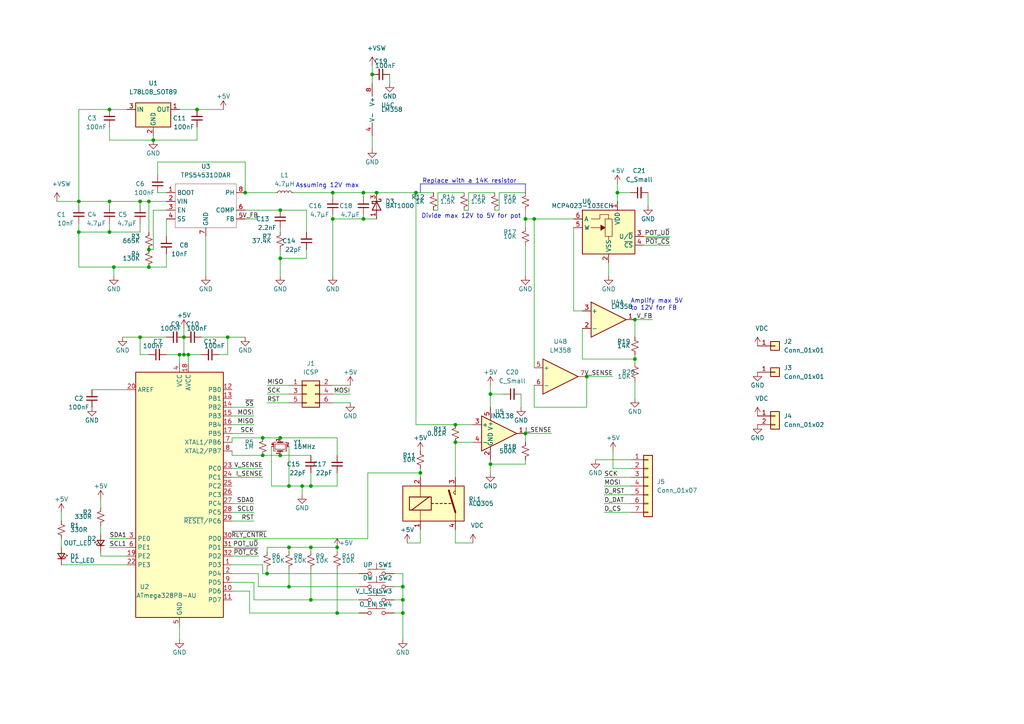
<source format=kicad_sch>
(kicad_sch (version 20200714) (host eeschema "(5.99.0-2441-g41b7c7c43)")
  (page 1 1)
  (paper "A4")
  (lib_symbols
    (symbol "Amplifier_Current:INA138" (pin_names (offset 0.127))
      (property "Reference" "U" (at 3.81 5.08 0))
      (property "Value" "INA138" (at 3.81 2.54 0))
      (symbol "INA138_1_1"
        (pin output line (at 7.62 0 180) (length 2.54) (name "~") (number "1"))
        (pin power_in line (at -2.54 -7.62 90) (length 3.81) (name "GND") (number "2"))
        (pin input line (at -7.62 2.54 0) (length 2.54) (name "+") (number "3"))
        (pin input line (at -7.62 -2.54 0) (length 2.54) (name "-") (number "4"))
        (pin power_in line (at -2.54 7.62 270) (length 3.81) (name "V+") (number "5"))
      )
    )
    (symbol "Amplifier_Operational:LM358" (pin_names (offset 0.127))
      (property "Reference" "U" (at 0 5.08 0))
      (property "Value" "LM358" (at 0 -5.08 0))
      (symbol "LM358_1_1"
        (pin output line (at 7.62 0 180) (length 2.54) (name "~") (number "1"))
        (pin input line (at -7.62 -2.54 0) (length 2.54) (name "-") (number "2"))
        (pin input line (at -7.62 2.54 0) (length 2.54) (name "+") (number "3"))
      )
      (symbol "LM358_2_1"
        (pin input line (at -7.62 2.54 0) (length 2.54) (name "+") (number "5"))
        (pin input line (at -7.62 -2.54 0) (length 2.54) (name "-") (number "6"))
        (pin output line (at 7.62 0 180) (length 2.54) (name "~") (number "7"))
      )
      (symbol "LM358_3_1"
        (pin power_in line (at -2.54 -7.62 90) (length 3.81) (name "V-") (number "4"))
        (pin power_in line (at -2.54 7.62 270) (length 3.81) (name "V+") (number "8"))
      )
    )
    (symbol "BAT1000:BAT1000"
      (property "Reference" "D" (at 0 0 0))
      (property "Value" "BAT1000" (at 0 -5.08 0))
      (symbol "BAT1000_1_1"
        (pin passive line (at -3.81 -2.54 0) (length 2.54) (name "~") (number "3"))
        (pin passive line (at 3.81 -2.54 180) (length 2.54) (name "~") (number "1"))
      )
    )
    (symbol "Connector_Generic:Conn_01x01" (pin_names hide)
      (property "Reference" "J" (at 0 2.54 0))
      (property "Value" "Conn_01x01" (at 0 -2.54 0))
      (symbol "Conn_01x01_1_1"
        (pin passive line (at -5.08 0 0) (length 3.81) (name "Pin_1") (number "1"))
      )
    )
    (symbol "Connector_Generic:Conn_01x02" (pin_names hide)
      (property "Reference" "J" (at 0 2.54 0))
      (property "Value" "Conn_01x02" (at 0 -5.08 0))
      (symbol "Conn_01x02_1_1"
        (pin passive line (at -5.08 0 0) (length 3.81) (name "Pin_1") (number "1"))
        (pin passive line (at -5.08 -2.54 0) (length 3.81) (name "Pin_2") (number "2"))
      )
    )
    (symbol "Connector_Generic:Conn_01x07" (pin_names hide)
      (property "Reference" "J" (at 0 10.16 0))
      (property "Value" "Conn_01x07" (at 0 -10.16 0))
      (symbol "Conn_01x07_1_1"
        (pin passive line (at -5.08 7.62 0) (length 3.81) (name "Pin_1") (number "1"))
        (pin passive line (at -5.08 5.08 0) (length 3.81) (name "Pin_2") (number "2"))
        (pin passive line (at -5.08 2.54 0) (length 3.81) (name "Pin_3") (number "3"))
        (pin passive line (at -5.08 0 0) (length 3.81) (name "Pin_4") (number "4"))
        (pin passive line (at -5.08 -2.54 0) (length 3.81) (name "Pin_5") (number "5"))
        (pin passive line (at -5.08 -5.08 0) (length 3.81) (name "Pin_6") (number "6"))
        (pin passive line (at -5.08 -7.62 0) (length 3.81) (name "Pin_7") (number "7"))
      )
    )
    (symbol "Connector_Generic:Conn_02x03_Odd_Even" (pin_names hide)
      (property "Reference" "J" (at 1.27 5.08 0))
      (property "Value" "Conn_02x03_Odd_Even" (at 1.27 -5.08 0))
      (symbol "Conn_02x03_Odd_Even_1_1"
        (pin passive line (at -5.08 2.54 0) (length 3.81) (name "Pin_1") (number "1"))
        (pin passive line (at 7.62 2.54 180) (length 3.81) (name "Pin_2") (number "2"))
        (pin passive line (at -5.08 0 0) (length 3.81) (name "Pin_3") (number "3"))
        (pin passive line (at 7.62 0 180) (length 3.81) (name "Pin_4") (number "4"))
        (pin passive line (at -5.08 -2.54 0) (length 3.81) (name "Pin_5") (number "5"))
        (pin passive line (at 7.62 -2.54 180) (length 3.81) (name "Pin_6") (number "6"))
      )
    )
    (symbol "Device:C_Small" (pin_numbers hide) (pin_names (offset 0.254) hide)
      (property "Reference" "C" (at 0.254 1.778 0))
      (property "Value" "C_Small" (at 0.254 -2.032 0))
      (symbol "C_Small_1_1"
        (pin passive line (at 0 2.54 270) (length 2.032) (name "~") (number "1"))
        (pin passive line (at 0 -2.54 90) (length 2.032) (name "~") (number "2"))
      )
    )
    (symbol "Device:Crystal_GND24_Small" (pin_names hide)
      (property "Reference" "Y" (at 1.27 4.445 0))
      (property "Value" "Crystal_GND24_Small" (at 1.27 2.54 0))
      (symbol "Crystal_GND24_Small_1_1"
        (pin passive line (at -2.54 0 0) (length 1.27) (name "1") (number "1"))
        (pin passive line (at 0 -2.54 90) (length 0.635) (name "2") (number "2"))
        (pin passive line (at 2.54 0 180) (length 1.27) (name "3") (number "3"))
        (pin passive line (at 0 2.54 270) (length 0.635) (name "4") (number "4"))
      )
    )
    (symbol "Device:LED_Small" (pin_numbers hide) (pin_names (offset 0.254) hide)
      (property "Reference" "D" (at -1.27 3.175 0))
      (property "Value" "LED_Small" (at -4.445 -2.54 0))
      (symbol "LED_Small_1_1"
        (pin passive line (at -2.54 0 0) (length 1.778) (name "K") (number "1"))
        (pin passive line (at 2.54 0 180) (length 1.778) (name "A") (number "2"))
      )
    )
    (symbol "Device:L_Small" (pin_numbers hide) (pin_names (offset 0.254) hide)
      (property "Reference" "L" (at 0.762 1.016 0))
      (property "Value" "L_Small" (at 0.762 -1.016 0))
      (symbol "L_Small_1_1"
        (pin passive line (at 0 2.54 270) (length 0.508) (name "~") (number "1"))
        (pin passive line (at 0 -2.54 90) (length 0.508) (name "~") (number "2"))
      )
    )
    (symbol "Device:R_Small_US" (pin_numbers hide) (pin_names (offset 0.254) hide)
      (property "Reference" "R" (at 0.762 0.508 0))
      (property "Value" "R_Small_US" (at 0.762 -1.016 0))
      (symbol "R_Small_US_1_1"
        (pin passive line (at 0 2.54 270) (length 1.016) (name "~") (number "1"))
        (pin passive line (at 0 -2.54 90) (length 1.016) (name "~") (number "2"))
      )
    )
    (symbol "MCU_Microchip_ATmega:ATmega328PB-AU" (pin_names (offset 0.508))
      (property "Reference" "U" (at -12.7 36.83 0))
      (property "Value" "ATmega328PB-AU" (at 2.54 -36.83 0))
      (symbol "ATmega328PB-AU_1_1"
        (pin bidirectional line (at 15.24 -20.32 180) (length 2.54) (name "PD3") (number "1"))
        (pin bidirectional line (at 15.24 -27.94 180) (length 2.54) (name "PD6") (number "10"))
        (pin bidirectional line (at 15.24 -30.48 180) (length 2.54) (name "PD7") (number "11"))
        (pin bidirectional line (at 15.24 30.48 180) (length 2.54) (name "PB0") (number "12"))
        (pin bidirectional line (at 15.24 27.94 180) (length 2.54) (name "PB1") (number "13"))
        (pin bidirectional line (at 15.24 25.4 180) (length 2.54) (name "PB2") (number "14"))
        (pin bidirectional line (at 15.24 22.86 180) (length 2.54) (name "PB3") (number "15"))
        (pin bidirectional line (at 15.24 20.32 180) (length 2.54) (name "PB4") (number "16"))
        (pin bidirectional line (at 15.24 17.78 180) (length 2.54) (name "PB5") (number "17"))
        (pin power_in line (at 2.54 38.1 270) (length 2.54) (name "AVCC") (number "18"))
        (pin bidirectional line (at -15.24 -17.78 0) (length 2.54) (name "PE2") (number "19"))
        (pin bidirectional line (at 15.24 -22.86 180) (length 2.54) (name "PD4") (number "2"))
        (pin passive line (at -15.24 30.48 0) (length 2.54) (name "AREF") (number "20"))
        (pin passive line (at 0 -38.1 90) (length 2.54) hide (name "GND") (number "21"))
        (pin bidirectional line (at -15.24 -20.32 0) (length 2.54) (name "PE3") (number "22"))
        (pin bidirectional line (at 15.24 7.62 180) (length 2.54) (name "PC0") (number "23"))
        (pin bidirectional line (at 15.24 5.08 180) (length 2.54) (name "PC1") (number "24"))
        (pin bidirectional line (at 15.24 2.54 180) (length 2.54) (name "PC2") (number "25"))
        (pin bidirectional line (at 15.24 0 180) (length 2.54) (name "PC3") (number "26"))
        (pin bidirectional line (at 15.24 -2.54 180) (length 2.54) (name "PC4") (number "27"))
        (pin bidirectional line (at 15.24 -5.08 180) (length 2.54) (name "PC5") (number "28"))
        (pin bidirectional line (at 15.24 -7.62 180) (length 2.54) (name "~RESET~/PC6") (number "29"))
        (pin bidirectional line (at -15.24 -12.7 0) (length 2.54) (name "PE0") (number "3"))
        (pin bidirectional line (at 15.24 -12.7 180) (length 2.54) (name "PD0") (number "30"))
        (pin bidirectional line (at 15.24 -15.24 180) (length 2.54) (name "PD1") (number "31"))
        (pin bidirectional line (at 15.24 -17.78 180) (length 2.54) (name "PD2") (number "32"))
        (pin power_in line (at 0 38.1 270) (length 2.54) (name "VCC") (number "4"))
        (pin power_in line (at 0 -38.1 90) (length 2.54) (name "GND") (number "5"))
        (pin bidirectional line (at -15.24 -15.24 0) (length 2.54) (name "PE1") (number "6"))
        (pin bidirectional line (at 15.24 15.24 180) (length 2.54) (name "XTAL1/PB6") (number "7"))
        (pin bidirectional line (at 15.24 12.7 180) (length 2.54) (name "XTAL2/PB7") (number "8"))
        (pin bidirectional line (at 15.24 -25.4 180) (length 2.54) (name "PD5") (number "9"))
      )
    )
    (symbol "Potentiometer_Digital:MCP4023-xxxxCH" (pin_names (offset 0.508))
      (property "Reference" "U" (at -7.62 8.89 0))
      (property "Value" "MCP4023-xxxxCH" (at 1.27 8.89 0))
      (symbol "MCP4023-xxxxCH_1_1"
        (pin power_in line (at -2.54 10.16 270) (length 2.54) (name "VDD") (number "1"))
        (pin power_in line (at 0 -7.62 90) (length 2.54) (name "VSS") (number "2"))
        (pin input line (at -10.16 0 0) (length 2.54) (name "U/~D") (number "3"))
        (pin input line (at -10.16 -2.54 0) (length 2.54) (name "~CS") (number "4"))
        (pin passive line (at 10.16 2.54 180) (length 2.54) (name "W") (number "5"))
        (pin passive line (at 10.16 5.08 180) (length 2.54) (name "A") (number "6"))
      )
    )
    (symbol "Regulator_Linear:L78L08_SOT89" (pin_names (offset 0.254))
      (property "Reference" "U" (at -3.81 3.175 0))
      (property "Value" "L78L08_SOT89" (at -0.635 3.175 0))
      (symbol "L78L08_SOT89_1_1"
        (pin power_out line (at 7.62 0 180) (length 2.54) (name "OUT") (number "1"))
        (pin power_in line (at 0 -7.62 90) (length 2.54) (name "GND") (number "2"))
        (pin power_in line (at -7.62 0 0) (length 2.54) (name "IN") (number "3"))
      )
    )
    (symbol "Relay_ALQ305:ALQ305"
      (property "Reference" "RL" (at 0 7.62 0))
      (property "Value" "ALQ305" (at 0 6.35 0))
      (symbol "ALQ305_1_1"
        (pin passive line (at 6.35 -7.62 90) (length 2.54) (name "~") (number "4"))
        (pin passive line (at -3.81 -7.62 90) (length 2.54) (name "~") (number "1"))
        (pin passive line (at -3.81 7.62 270) (length 2.54) (name "~") (number "2"))
        (pin passive line (at 6.35 7.62 270) (length 2.54) (name "~") (number "3"))
      )
    )
    (symbol "Switch:SW_Push" (pin_numbers hide) (pin_names hide)
      (property "Reference" "SW" (at 1.27 2.54 0))
      (property "Value" "SW_Push" (at 0 -1.524 0))
      (symbol "SW_Push_0_1"
        (pin passive line (at -5.08 0 0) (length 2.54) (name "1") (number "1"))
        (pin passive line (at 5.08 0 180) (length 2.54) (name "2") (number "2"))
      )
    )
    (symbol "TPS54531DDAR:TPS54531DDAR"
      (property "Reference" "U" (at 7.62 7.62 0))
      (property "Value" "TPS54531DDAR" (at -2.54 7.62 0))
      (symbol "TPS54531DDAR_1_1"
        (pin input line (at -11.43 -1.27 0) (length 2.54) (name "EN") (number "3"))
        (pin input line (at -11.43 -3.81 0) (length 2.54) (name "SS") (number "4"))
        (pin input line (at 11.43 -1.27 180) (length 2.54) (name "COMP") (number "6"))
        (pin input line (at 0 -8.89 90) (length 2.54) (name "GND") (number "7"))
        (pin input line (at 11.43 -3.81 180) (length 2.54) (name "FB") (number "5"))
        (pin input line (at 11.43 3.81 180) (length 2.54) (name "PH") (number "8"))
        (pin input line (at -11.43 3.81 0) (length 2.54) (name "BOOT") (number "1"))
        (pin input line (at -11.43 1.27 0) (length 2.54) (name "VIN") (number "2"))
        (pin input line (at 0 -8.89 90) (length 2.54) hide (name "GND") (number "9"))
      )
    )
    (symbol "power:+5V" (power) (pin_names (offset 0))
      (property "Value" "+5V" (at 0 3.556 0))
      (symbol "+5V_1_1"
        (pin power_in line (at 0 0 90) (length 0) hide (name "+5V") (number "1"))
      )
    )
    (symbol "power:+VSW" (power) (pin_names (offset 0))
      (property "Value" "+VSW" (at 0 3.556 0))
      (symbol "+VSW_1_1"
        (pin power_in line (at 0 0 90) (length 0) hide (name "+VSW") (number "1"))
      )
    )
    (symbol "power:GND" (power) (pin_names (offset 0))
      (property "Value" "GND" (at 0 -3.81 0))
      (symbol "GND_1_1"
        (pin power_in line (at 0 0 270) (length 0) hide (name "GND") (number "1"))
      )
    )
    (symbol "power:VDC" (power) (pin_names (offset 0))
      (property "Value" "VDC" (at 0 6.35 0))
      (symbol "VDC_1_1"
        (pin power_in line (at 0 0 90) (length 0) hide (name "VDC") (number "1"))
      )
    )
  )
  (junction (at 22.86 58.42))
  (junction (at 22.86 67.31))
  (junction (at 31.75 31.75))
  (junction (at 31.75 58.42))
  (junction (at 31.75 67.31))
  (junction (at 33.02 77.47))
  (junction (at 40.64 58.42))
  (junction (at 40.64 97.79))
  (junction (at 43.18 58.42))
  (junction (at 43.18 72.39))
  (junction (at 43.18 77.47))
  (junction (at 44.45 40.64))
  (junction (at 52.07 102.87))
  (junction (at 53.34 97.79))
  (junction (at 53.34 102.87))
  (junction (at 54.61 102.87))
  (junction (at 57.15 31.75))
  (junction (at 66.04 97.79))
  (junction (at 71.12 55.88))
  (junction (at 76.2 127))
  (junction (at 76.2 132.08))
  (junction (at 77.47 166.37))
  (junction (at 81.28 60.96))
  (junction (at 81.28 74.93))
  (junction (at 81.28 127))
  (junction (at 81.28 132.08))
  (junction (at 83.82 140.97))
  (junction (at 83.82 158.75))
  (junction (at 83.82 170.18))
  (junction (at 87.63 140.97))
  (junction (at 90.17 140.97))
  (junction (at 90.17 158.75))
  (junction (at 90.17 173.99))
  (junction (at 96.52 55.88))
  (junction (at 96.52 63.5))
  (junction (at 97.79 158.75))
  (junction (at 97.79 177.8))
  (junction (at 105.41 55.88))
  (junction (at 105.41 63.5))
  (junction (at 107.95 21.59))
  (junction (at 109.22 55.88))
  (junction (at 116.84 170.18))
  (junction (at 116.84 173.99))
  (junction (at 116.84 177.8))
  (junction (at 120.65 55.88))
  (junction (at 121.92 137.16))
  (junction (at 132.08 123.19))
  (junction (at 132.08 128.27))
  (junction (at 142.24 114.3))
  (junction (at 142.24 134.62))
  (junction (at 152.4 63.5))
  (junction (at 152.4 125.73))
  (junction (at 154.94 63.5))
  (junction (at 170.18 109.22))
  (junction (at 179.07 55.88))
  (junction (at 184.15 92.71))
  (junction (at 184.15 104.14))
  (wire (pts (xy 16.51 58.42) (xy 22.86 58.42)))
  (wire (pts (xy 17.78 148.59) (xy 17.78 151.13)))
  (wire (pts (xy 17.78 156.21) (xy 17.78 158.75)))
  (wire (pts (xy 17.78 163.83) (xy 36.83 163.83)))
  (wire (pts (xy 22.86 31.75) (xy 22.86 58.42)))
  (wire (pts (xy 22.86 58.42) (xy 22.86 59.69)))
  (wire (pts (xy 22.86 58.42) (xy 31.75 58.42)))
  (wire (pts (xy 22.86 64.77) (xy 22.86 67.31)))
  (wire (pts (xy 22.86 67.31) (xy 22.86 77.47)))
  (wire (pts (xy 22.86 67.31) (xy 31.75 67.31)))
  (wire (pts (xy 22.86 77.47) (xy 33.02 77.47)))
  (wire (pts (xy 26.67 113.03) (xy 36.83 113.03)))
  (wire (pts (xy 29.21 144.78) (xy 29.21 147.32)))
  (wire (pts (xy 29.21 152.4) (xy 29.21 154.94)))
  (wire (pts (xy 29.21 160.02) (xy 29.21 161.29)))
  (wire (pts (xy 29.21 161.29) (xy 36.83 161.29)))
  (wire (pts (xy 31.75 31.75) (xy 22.86 31.75)))
  (wire (pts (xy 31.75 31.75) (xy 36.83 31.75)))
  (wire (pts (xy 31.75 36.83) (xy 31.75 40.64)))
  (wire (pts (xy 31.75 40.64) (xy 44.45 40.64)))
  (wire (pts (xy 31.75 58.42) (xy 31.75 59.69)))
  (wire (pts (xy 31.75 58.42) (xy 40.64 58.42)))
  (wire (pts (xy 31.75 64.77) (xy 31.75 67.31)))
  (wire (pts (xy 31.75 67.31) (xy 40.64 67.31)))
  (wire (pts (xy 31.75 156.21) (xy 36.83 156.21)))
  (wire (pts (xy 31.75 158.75) (xy 36.83 158.75)))
  (wire (pts (xy 33.02 77.47) (xy 33.02 80.01)))
  (wire (pts (xy 33.02 77.47) (xy 43.18 77.47)))
  (wire (pts (xy 35.56 97.79) (xy 40.64 97.79)))
  (wire (pts (xy 40.64 58.42) (xy 40.64 59.69)))
  (wire (pts (xy 40.64 58.42) (xy 43.18 58.42)))
  (wire (pts (xy 40.64 67.31) (xy 40.64 64.77)))
  (wire (pts (xy 40.64 97.79) (xy 40.64 102.87)))
  (wire (pts (xy 40.64 102.87) (xy 43.18 102.87)))
  (wire (pts (xy 43.18 58.42) (xy 43.18 67.31)))
  (wire (pts (xy 43.18 58.42) (xy 48.26 58.42)))
  (wire (pts (xy 43.18 72.39) (xy 44.45 72.39)))
  (wire (pts (xy 44.45 39.37) (xy 44.45 40.64)))
  (wire (pts (xy 44.45 40.64) (xy 57.15 40.64)))
  (wire (pts (xy 44.45 60.96) (xy 48.26 60.96)))
  (wire (pts (xy 44.45 72.39) (xy 44.45 60.96)))
  (wire (pts (xy 45.72 46.99) (xy 71.12 46.99)))
  (wire (pts (xy 45.72 50.8) (xy 45.72 46.99)))
  (wire (pts (xy 45.72 55.88) (xy 48.26 55.88)))
  (wire (pts (xy 48.26 63.5) (xy 48.26 68.58)))
  (wire (pts (xy 48.26 73.66) (xy 48.26 77.47)))
  (wire (pts (xy 48.26 77.47) (xy 43.18 77.47)))
  (wire (pts (xy 48.26 97.79) (xy 40.64 97.79)))
  (wire (pts (xy 48.26 102.87) (xy 52.07 102.87)))
  (wire (pts (xy 52.07 31.75) (xy 57.15 31.75)))
  (wire (pts (xy 52.07 102.87) (xy 53.34 102.87)))
  (wire (pts (xy 52.07 105.41) (xy 52.07 102.87)))
  (wire (pts (xy 52.07 185.42) (xy 52.07 181.61)))
  (wire (pts (xy 53.34 95.25) (xy 53.34 97.79)))
  (wire (pts (xy 53.34 97.79) (xy 53.34 102.87)))
  (wire (pts (xy 53.34 102.87) (xy 54.61 102.87)))
  (wire (pts (xy 54.61 102.87) (xy 54.61 105.41)))
  (wire (pts (xy 54.61 102.87) (xy 58.42 102.87)))
  (wire (pts (xy 57.15 31.75) (xy 64.77 31.75)))
  (wire (pts (xy 57.15 40.64) (xy 57.15 36.83)))
  (wire (pts (xy 58.42 97.79) (xy 66.04 97.79)))
  (wire (pts (xy 59.69 68.58) (xy 59.69 80.01)))
  (wire (pts (xy 66.04 97.79) (xy 66.04 102.87)))
  (wire (pts (xy 66.04 97.79) (xy 71.12 97.79)))
  (wire (pts (xy 66.04 102.87) (xy 63.5 102.87)))
  (wire (pts (xy 67.31 118.11) (xy 73.66 118.11)))
  (wire (pts (xy 67.31 120.65) (xy 73.66 120.65)))
  (wire (pts (xy 67.31 123.19) (xy 73.66 123.19)))
  (wire (pts (xy 67.31 125.73) (xy 73.66 125.73)))
  (wire (pts (xy 67.31 127) (xy 67.31 128.27)))
  (wire (pts (xy 67.31 130.81) (xy 67.31 132.08)))
  (wire (pts (xy 67.31 132.08) (xy 76.2 132.08)))
  (wire (pts (xy 67.31 135.89) (xy 76.2 135.89)))
  (wire (pts (xy 67.31 138.43) (xy 76.2 138.43)))
  (wire (pts (xy 67.31 146.05) (xy 73.66 146.05)))
  (wire (pts (xy 67.31 148.59) (xy 73.66 148.59)))
  (wire (pts (xy 67.31 151.13) (xy 73.66 151.13)))
  (wire (pts (xy 67.31 156.21) (xy 106.68 156.21)))
  (wire (pts (xy 67.31 158.75) (xy 74.93 158.75)))
  (wire (pts (xy 67.31 161.29) (xy 74.93 161.29)))
  (wire (pts (xy 67.31 163.83) (xy 76.2 163.83)))
  (wire (pts (xy 67.31 166.37) (xy 74.93 166.37)))
  (wire (pts (xy 67.31 168.91) (xy 73.66 168.91)))
  (wire (pts (xy 67.31 171.45) (xy 72.39 171.45)))
  (wire (pts (xy 71.12 46.99) (xy 71.12 55.88)))
  (wire (pts (xy 71.12 55.88) (xy 80.01 55.88)))
  (wire (pts (xy 71.12 60.96) (xy 81.28 60.96)))
  (wire (pts (xy 71.12 63.5) (xy 74.93 63.5)))
  (wire (pts (xy 72.39 171.45) (xy 72.39 177.8)))
  (wire (pts (xy 72.39 177.8) (xy 97.79 177.8)))
  (wire (pts (xy 73.66 168.91) (xy 73.66 173.99)))
  (wire (pts (xy 73.66 173.99) (xy 90.17 173.99)))
  (wire (pts (xy 74.93 166.37) (xy 74.93 170.18)))
  (wire (pts (xy 76.2 127) (xy 67.31 127)))
  (wire (pts (xy 76.2 132.08) (xy 81.28 132.08)))
  (wire (pts (xy 76.2 163.83) (xy 76.2 166.37)))
  (wire (pts (xy 76.2 166.37) (xy 77.47 166.37)))
  (wire (pts (xy 77.47 111.76) (xy 83.82 111.76)))
  (wire (pts (xy 77.47 114.3) (xy 83.82 114.3)))
  (wire (pts (xy 77.47 116.84) (xy 83.82 116.84)))
  (wire (pts (xy 77.47 158.75) (xy 83.82 158.75)))
  (wire (pts (xy 77.47 160.02) (xy 77.47 158.75)))
  (wire (pts (xy 77.47 165.1) (xy 77.47 166.37)))
  (wire (pts (xy 77.47 166.37) (xy 104.14 166.37)))
  (wire (pts (xy 78.74 129.54) (xy 78.74 140.97)))
  (wire (pts (xy 78.74 140.97) (xy 83.82 140.97)))
  (wire (pts (xy 81.28 66.04) (xy 81.28 67.31)))
  (wire (pts (xy 81.28 74.93) (xy 81.28 72.39)))
  (wire (pts (xy 81.28 74.93) (xy 81.28 80.01)))
  (wire (pts (xy 81.28 127) (xy 76.2 127)))
  (wire (pts (xy 81.28 132.08) (xy 90.17 132.08)))
  (wire (pts (xy 83.82 129.54) (xy 83.82 140.97)))
  (wire (pts (xy 83.82 140.97) (xy 87.63 140.97)))
  (wire (pts (xy 83.82 158.75) (xy 83.82 160.02)))
  (wire (pts (xy 83.82 158.75) (xy 90.17 158.75)))
  (wire (pts (xy 83.82 165.1) (xy 83.82 170.18)))
  (wire (pts (xy 83.82 170.18) (xy 74.93 170.18)))
  (wire (pts (xy 85.09 55.88) (xy 96.52 55.88)))
  (wire (pts (xy 87.63 140.97) (xy 87.63 143.51)))
  (wire (pts (xy 87.63 140.97) (xy 90.17 140.97)))
  (wire (pts (xy 88.9 60.96) (xy 81.28 60.96)))
  (wire (pts (xy 88.9 67.31) (xy 88.9 60.96)))
  (wire (pts (xy 88.9 72.39) (xy 88.9 74.93)))
  (wire (pts (xy 88.9 74.93) (xy 81.28 74.93)))
  (wire (pts (xy 90.17 137.16) (xy 90.17 140.97)))
  (wire (pts (xy 90.17 140.97) (xy 97.79 140.97)))
  (wire (pts (xy 90.17 158.75) (xy 90.17 160.02)))
  (wire (pts (xy 90.17 158.75) (xy 97.79 158.75)))
  (wire (pts (xy 90.17 165.1) (xy 90.17 173.99)))
  (wire (pts (xy 90.17 173.99) (xy 104.14 173.99)))
  (wire (pts (xy 96.52 55.88) (xy 96.52 57.15)))
  (wire (pts (xy 96.52 55.88) (xy 105.41 55.88)))
  (wire (pts (xy 96.52 62.23) (xy 96.52 63.5)))
  (wire (pts (xy 96.52 63.5) (xy 96.52 80.01)))
  (wire (pts (xy 96.52 111.76) (xy 101.6 111.76)))
  (wire (pts (xy 96.52 114.3) (xy 101.6 114.3)))
  (wire (pts (xy 96.52 116.84) (xy 101.6 116.84)))
  (wire (pts (xy 97.79 127) (xy 81.28 127)))
  (wire (pts (xy 97.79 132.08) (xy 97.79 127)))
  (wire (pts (xy 97.79 140.97) (xy 97.79 137.16)))
  (wire (pts (xy 97.79 158.75) (xy 97.79 160.02)))
  (wire (pts (xy 97.79 165.1) (xy 97.79 177.8)))
  (wire (pts (xy 97.79 177.8) (xy 104.14 177.8)))
  (wire (pts (xy 104.14 170.18) (xy 83.82 170.18)))
  (wire (pts (xy 105.41 55.88) (xy 105.41 57.15)))
  (wire (pts (xy 105.41 55.88) (xy 109.22 55.88)))
  (wire (pts (xy 105.41 62.23) (xy 105.41 63.5)))
  (wire (pts (xy 105.41 63.5) (xy 96.52 63.5)))
  (wire (pts (xy 105.41 63.5) (xy 109.22 63.5)))
  (wire (pts (xy 106.68 137.16) (xy 121.92 137.16)))
  (wire (pts (xy 106.68 156.21) (xy 106.68 137.16)))
  (wire (pts (xy 107.95 19.05) (xy 107.95 21.59)))
  (wire (pts (xy 107.95 21.59) (xy 107.95 24.13)))
  (wire (pts (xy 107.95 43.18) (xy 107.95 39.37)))
  (wire (pts (xy 109.22 55.88) (xy 120.65 55.88)))
  (wire (pts (xy 113.03 21.59) (xy 113.03 24.13)))
  (wire (pts (xy 114.3 166.37) (xy 116.84 166.37)))
  (wire (pts (xy 114.3 170.18) (xy 116.84 170.18)))
  (wire (pts (xy 114.3 173.99) (xy 116.84 173.99)))
  (wire (pts (xy 116.84 166.37) (xy 116.84 170.18)))
  (wire (pts (xy 116.84 170.18) (xy 116.84 173.99)))
  (wire (pts (xy 116.84 173.99) (xy 116.84 177.8)))
  (wire (pts (xy 116.84 177.8) (xy 114.3 177.8)))
  (wire (pts (xy 116.84 177.8) (xy 116.84 185.42)))
  (wire (pts (xy 118.11 157.48) (xy 121.92 157.48)))
  (wire (pts (xy 120.65 55.88) (xy 120.65 123.19)))
  (wire (pts (xy 120.65 55.88) (xy 125.73 55.88)))
  (wire (pts (xy 120.65 123.19) (xy 132.08 123.19)))
  (wire (pts (xy 121.92 135.89) (xy 121.92 137.16)))
  (wire (pts (xy 121.92 137.16) (xy 121.92 138.43)))
  (wire (pts (xy 121.92 153.67) (xy 121.92 157.48)))
  (wire (pts (xy 127 55.88) (xy 127 60.96)))
  (wire (pts (xy 127 60.96) (xy 125.73 60.96)))
  (wire (pts (xy 132.08 123.19) (xy 137.16 123.19)))
  (wire (pts (xy 132.08 128.27) (xy 132.08 138.43)))
  (wire (pts (xy 132.08 128.27) (xy 137.16 128.27)))
  (wire (pts (xy 132.08 157.48) (xy 132.08 153.67)))
  (wire (pts (xy 134.62 55.88) (xy 127 55.88)))
  (wire (pts (xy 134.62 60.96) (xy 135.89 60.96)))
  (wire (pts (xy 135.89 55.88) (xy 143.51 55.88)))
  (wire (pts (xy 135.89 60.96) (xy 135.89 55.88)))
  (wire (pts (xy 137.16 157.48) (xy 132.08 157.48)))
  (wire (pts (xy 142.24 111.76) (xy 142.24 114.3)))
  (wire (pts (xy 142.24 114.3) (xy 142.24 118.11)))
  (wire (pts (xy 142.24 114.3) (xy 146.05 114.3)))
  (wire (pts (xy 142.24 134.62) (xy 142.24 133.35)))
  (wire (pts (xy 142.24 134.62) (xy 152.4 134.62)))
  (wire (pts (xy 142.24 137.16) (xy 142.24 134.62)))
  (wire (pts (xy 143.51 60.96) (xy 144.78 60.96)))
  (wire (pts (xy 144.78 55.88) (xy 152.4 55.88)))
  (wire (pts (xy 144.78 60.96) (xy 144.78 55.88)))
  (wire (pts (xy 151.13 114.3) (xy 151.13 118.11)))
  (wire (pts (xy 152.4 60.96) (xy 152.4 63.5)))
  (wire (pts (xy 152.4 63.5) (xy 152.4 66.04)))
  (wire (pts (xy 152.4 71.12) (xy 152.4 80.01)))
  (wire (pts (xy 152.4 125.73) (xy 152.4 128.27)))
  (wire (pts (xy 152.4 125.73) (xy 160.02 125.73)))
  (wire (pts (xy 152.4 133.35) (xy 152.4 134.62)))
  (wire (pts (xy 154.94 63.5) (xy 152.4 63.5)))
  (wire (pts (xy 154.94 63.5) (xy 154.94 106.68)))
  (wire (pts (xy 154.94 111.76) (xy 154.94 118.11)))
  (wire (pts (xy 154.94 118.11) (xy 170.18 118.11)))
  (wire (pts (xy 166.37 63.5) (xy 154.94 63.5)))
  (wire (pts (xy 166.37 90.17) (xy 166.37 66.04)))
  (wire (pts (xy 168.91 90.17) (xy 166.37 90.17)))
  (wire (pts (xy 168.91 104.14) (xy 168.91 95.25)))
  (wire (pts (xy 170.18 109.22) (xy 177.8 109.22)))
  (wire (pts (xy 170.18 118.11) (xy 170.18 109.22)))
  (wire (pts (xy 172.72 133.35) (xy 182.88 133.35)))
  (wire (pts (xy 175.26 138.43) (xy 182.88 138.43)))
  (wire (pts (xy 175.26 140.97) (xy 182.88 140.97)))
  (wire (pts (xy 175.26 143.51) (xy 182.88 143.51)))
  (wire (pts (xy 175.26 146.05) (xy 182.88 146.05)))
  (wire (pts (xy 175.26 148.59) (xy 182.88 148.59)))
  (wire (pts (xy 176.53 76.2) (xy 176.53 80.01)))
  (wire (pts (xy 177.8 130.81) (xy 177.8 135.89)))
  (wire (pts (xy 177.8 135.89) (xy 182.88 135.89)))
  (wire (pts (xy 179.07 53.34) (xy 179.07 55.88)))
  (wire (pts (xy 179.07 55.88) (xy 179.07 58.42)))
  (wire (pts (xy 179.07 55.88) (xy 182.88 55.88)))
  (wire (pts (xy 184.15 92.71) (xy 184.15 97.79)))
  (wire (pts (xy 184.15 92.71) (xy 189.23 92.71)))
  (wire (pts (xy 184.15 102.87) (xy 184.15 104.14)))
  (wire (pts (xy 184.15 104.14) (xy 168.91 104.14)))
  (wire (pts (xy 184.15 104.14) (xy 184.15 105.41)))
  (wire (pts (xy 184.15 110.49) (xy 184.15 115.57)))
  (wire (pts (xy 186.69 68.58) (xy 194.31 68.58)))
  (wire (pts (xy 186.69 71.12) (xy 194.31 71.12)))
  (wire (pts (xy 187.96 55.88) (xy 187.96 59.69)))
  (polyline (pts (xy 121.92 53.34) (xy 152.4 53.34)) (stroke (width 0) (type solid)))
  (polyline (pts (xy 121.92 55.88) (xy 121.92 53.34)) (stroke (width 0) (type solid)))
  (polyline (pts (xy 152.4 53.34) (xy 152.4 55.88)) (stroke (width 0) (type solid)))
  (text "Assuming 12V max" (at 104.14 54.61 180) (effects (font (size 1.27 1.27)) (justify right bottom)))
  (text "Replace with a 14K resistor" (at 149.86 53.34 180) (effects (font (size 1.27 1.27)) (justify right bottom)))
  (text "Divide max 12V to 5V for pot" (at 151.13 63.5 180) (effects (font (size 1.27 1.27)) (justify right bottom)))
  (text "Amplify max 5V \nto 12V for FB" (at 182.88 90.17 0) (effects (font (size 1.27 1.27)) (justify left bottom)))
  (label "SDA1" (at 31.75 156.21 0))
  (label "SCL1" (at 31.75 158.75 0))
  (label "~SS" (at 73.66 118.11 180))
  (label "MOSI" (at 73.66 120.65 180))
  (label "MISO" (at 73.66 123.19 180))
  (label "SCK" (at 73.66 125.73 180))
  (label "SDA0" (at 73.66 146.05 180))
  (label "SCL0" (at 73.66 148.59 180))
  (label "RST" (at 73.66 151.13 180))
  (label "V_FB" (at 74.93 63.5 180))
  (label "POT_U~D" (at 74.93 158.75 180))
  (label "~POT_CS" (at 74.93 161.29 180))
  (label "V_SENSE" (at 76.2 135.89 180))
  (label "I_SENSE" (at 76.2 138.43 180))
  (label "MISO" (at 77.47 111.76 0))
  (label "SCK" (at 77.47 114.3 0))
  (label "RST" (at 77.47 116.84 0))
  (label "~RLY_CNTRL" (at 77.47 156.21 180))
  (label "MOSI" (at 101.6 114.3 180))
  (label "I_SENSE" (at 160.02 125.73 180))
  (label "SCK" (at 175.26 138.43 0))
  (label "MOSI" (at 175.26 140.97 0))
  (label "D_RST" (at 175.26 143.51 0))
  (label "D_DAT" (at 175.26 146.05 0))
  (label "D_CS" (at 175.26 148.59 0))
  (label "V_SENSE" (at 177.8 109.22 180))
  (label "V_FB" (at 189.23 92.71 180))
  (label "POT_U~D" (at 194.31 68.58 180))
  (label "~POT_CS" (at 194.31 71.12 180))
  (symbol (lib_id "Device:L_Small") (at 82.55 55.88 90) (unit 1)
    (property "Reference" "L1" (at 82.55 50.8 90))
    (property "Value" "4.7µH" (at 82.55 53.34 90))
    (property "Footprint" "Inductor_SMD:L_Bourns_SRR1260" (effects hide))
  )
  (symbol (lib_id "power:+VSW") (at 16.51 58.42 0) (unit 1)
    (property "Reference" "#PWR0111" (effects hide))
    (property "Value" "+VSW" (at 17.78 53.34 0))
  )
  (symbol (lib_id "power:+5V") (at 17.78 148.59 0) (unit 1)
    (property "Reference" "#PWR0137" (effects hide))
    (property "Value" "+5V" (at 17.78 144.78 0))
  )
  (symbol (lib_id "power:+5V") (at 29.21 144.78 0) (unit 1)
    (property "Reference" "#PWR0136" (effects hide))
    (property "Value" "+5V" (at 29.21 140.97 0))
  )
  (symbol (lib_id "power:+5V") (at 53.34 95.25 0) (unit 1)
    (property "Reference" "#PWR0110" (effects hide))
    (property "Value" "+5V" (at 53.34 91.44 0))
  )
  (symbol (lib_id "power:+5V") (at 64.77 31.75 0) (unit 1)
    (property "Reference" "#PWR0112" (effects hide))
    (property "Value" "+5V" (at 64.77 27.94 0))
  )
  (symbol (lib_id "power:+5V") (at 97.79 158.75 0) (unit 1)
    (property "Reference" "#PWR0135" (effects hide))
    (property "Value" "+5V" (at 100.33 157.48 0))
  )
  (symbol (lib_id "power:+5V") (at 101.6 111.76 0) (unit 1)
    (property "Reference" "#PWR0119" (effects hide))
    (property "Value" "+5V" (at 101.6 107.95 0))
  )
  (symbol (lib_id "power:+VSW") (at 107.95 19.05 0) (unit 1)
    (property "Reference" "#PWR0108" (effects hide))
    (property "Value" "+VSW" (at 109.22 13.97 0))
  )
  (symbol (lib_id "power:+5V") (at 118.11 157.48 0) (unit 1)
    (property "Reference" "#PWR0134" (effects hide))
    (property "Value" "+5V" (at 118.11 153.67 0))
  )
  (symbol (lib_id "power:+5V") (at 121.92 130.81 0) (unit 1)
    (property "Reference" "#PWR0126" (effects hide))
    (property "Value" "+5V" (at 121.92 127 0))
  )
  (symbol (lib_id "power:VDC") (at 137.16 157.48 0) (unit 1)
    (property "Reference" "#PWR0133" (effects hide))
    (property "Value" "VDC" (at 138.43 152.4 0))
  )
  (symbol (lib_id "power:+5V") (at 142.24 111.76 0) (unit 1)
    (property "Reference" "#PWR0125" (effects hide))
    (property "Value" "+5V" (at 142.24 107.95 0))
  )
  (symbol (lib_id "power:+5V") (at 177.8 130.81 0) (unit 1)
    (property "Reference" "#PWR0138" (effects hide))
    (property "Value" "+5V" (at 177.8 127 0))
  )
  (symbol (lib_id "power:+5V") (at 179.07 53.34 0) (unit 1)
    (property "Reference" "#PWR0116" (effects hide))
    (property "Value" "+5V" (at 179.07 49.53 0))
  )
  (symbol (lib_id "power:VDC") (at 219.71 100.33 0) (unit 1)
    (property "Reference" "#PWR0129" (effects hide))
    (property "Value" "VDC" (at 220.98 95.25 0))
  )
  (symbol (lib_id "power:VDC") (at 219.71 120.65 0) (unit 1)
    (property "Reference" "#PWR0130" (effects hide))
    (property "Value" "VDC" (at 220.98 115.57 0))
  )
  (symbol (lib_id "power:GND") (at 26.67 118.11 0) (unit 1)
    (property "Reference" "#PWR0104" (effects hide))
    (property "Value" "GND" (at 26.67 121.92 0))
  )
  (symbol (lib_id "power:GND") (at 33.02 80.01 0) (unit 1)
    (property "Reference" "#PWR0102" (effects hide))
    (property "Value" "GND" (at 33.02 83.82 0))
  )
  (symbol (lib_id "power:GND") (at 35.56 97.79 0) (unit 1)
    (property "Reference" "#PWR0109" (effects hide))
    (property "Value" "GND" (at 35.56 101.6 0))
  )
  (symbol (lib_id "power:GND") (at 44.45 40.64 0) (unit 1)
    (property "Reference" "#PWR0106" (effects hide))
    (property "Value" "GND" (at 44.45 44.45 0))
  )
  (symbol (lib_id "power:GND") (at 52.07 185.42 0) (unit 1)
    (property "Reference" "#PWR0107" (effects hide))
    (property "Value" "GND" (at 52.07 189.23 0))
  )
  (symbol (lib_id "power:GND") (at 59.69 80.01 0) (unit 1)
    (property "Reference" "#PWR0101" (effects hide))
    (property "Value" "GND" (at 59.69 83.82 0))
  )
  (symbol (lib_id "power:GND") (at 71.12 97.79 0) (unit 1)
    (property "Reference" "#PWR0103" (effects hide))
    (property "Value" "GND" (at 71.12 101.6 0))
  )
  (symbol (lib_id "power:GND") (at 81.28 80.01 0) (unit 1)
    (property "Reference" "#PWR0122" (effects hide))
    (property "Value" "GND" (at 81.28 83.82 0))
  )
  (symbol (lib_id "power:GND") (at 87.63 143.51 0) (unit 1)
    (property "Reference" "#PWR0120" (effects hide))
    (property "Value" "GND" (at 87.63 147.32 0))
  )
  (symbol (lib_id "power:GND") (at 96.52 80.01 0) (unit 1)
    (property "Reference" "#PWR0121" (effects hide))
    (property "Value" "GND" (at 96.52 83.82 0))
  )
  (symbol (lib_id "power:GND") (at 101.6 116.84 0) (unit 1)
    (property "Reference" "#PWR0118" (effects hide))
    (property "Value" "GND" (at 101.6 120.65 0))
  )
  (symbol (lib_id "power:GND") (at 107.95 43.18 0) (unit 1)
    (property "Reference" "#PWR0123" (effects hide))
    (property "Value" "GND" (at 107.95 46.99 0))
  )
  (symbol (lib_id "power:GND") (at 113.03 24.13 0) (unit 1)
    (property "Reference" "#PWR0113" (effects hide))
    (property "Value" "GND" (at 113.03 27.94 0))
  )
  (symbol (lib_id "power:GND") (at 116.84 185.42 0) (unit 1)
    (property "Reference" "#PWR0105" (effects hide))
    (property "Value" "GND" (at 116.84 189.23 0))
  )
  (symbol (lib_id "power:GND") (at 142.24 137.16 0) (unit 1)
    (property "Reference" "#PWR0127" (effects hide))
    (property "Value" "GND" (at 142.24 140.97 0))
  )
  (symbol (lib_id "power:GND") (at 151.13 118.11 0) (unit 1)
    (property "Reference" "#PWR0124" (effects hide))
    (property "Value" "GND" (at 151.13 121.92 0))
  )
  (symbol (lib_id "power:GND") (at 152.4 80.01 0) (unit 1)
    (property "Reference" "#PWR0114" (effects hide))
    (property "Value" "GND" (at 152.4 83.82 0))
  )
  (symbol (lib_id "power:GND") (at 172.72 133.35 0) (unit 1)
    (property "Reference" "#PWR0139" (effects hide))
    (property "Value" "GND" (at 172.72 137.16 0))
  )
  (symbol (lib_id "power:GND") (at 176.53 80.01 0) (unit 1)
    (property "Reference" "#PWR0115" (effects hide))
    (property "Value" "GND" (at 176.53 83.82 0))
  )
  (symbol (lib_id "power:GND") (at 184.15 115.57 0) (unit 1)
    (property "Reference" "#PWR0132" (effects hide))
    (property "Value" "GND" (at 184.15 119.38 0))
  )
  (symbol (lib_id "power:GND") (at 187.96 59.69 0) (unit 1)
    (property "Reference" "#PWR0117" (effects hide))
    (property "Value" "GND" (at 187.96 63.5 0))
  )
  (symbol (lib_id "power:GND") (at 219.71 107.95 0) (unit 1)
    (property "Reference" "#PWR0131" (effects hide))
    (property "Value" "GND" (at 219.71 111.76 0))
  )
  (symbol (lib_id "power:GND") (at 219.71 123.19 0) (unit 1)
    (property "Reference" "#PWR0128" (effects hide))
    (property "Value" "GND" (at 219.71 127 0))
  )
  (symbol (lib_id "Device:R_Small_US") (at 17.78 153.67 180) (unit 1)
    (property "Reference" "R1" (at 20.32 152.4 0) (effects (justify right)))
    (property "Value" "330R" (at 20.32 153.67 0) (effects (justify right)))
    (property "Footprint" "Resistor_SMD:R_0805_2012Metric" (effects hide))
  )
  (symbol (lib_id "Device:R_Small_US") (at 29.21 149.86 0) (mirror x) (unit 1)
    (property "Reference" "R2" (at 26.67 148.59 0) (effects (justify right)))
    (property "Value" "330R" (at 26.67 149.86 0) (effects (justify right)))
    (property "Footprint" "Resistor_SMD:R_0805_2012Metric" (effects hide))
  )
  (symbol (lib_id "Device:R_Small_US") (at 43.18 69.85 0) (mirror x) (unit 1)
    (property "Reference" "R3" (at 40.64 68.58 0) (effects (justify right)))
    (property "Value" "665K" (at 40.64 69.85 0) (effects (justify right)))
    (property "Footprint" "Resistor_SMD:R_0805_2012Metric" (effects hide))
  )
  (symbol (lib_id "Device:R_Small_US") (at 43.18 74.93 0) (mirror x) (unit 1)
    (property "Reference" "R4" (at 40.64 73.66 0) (effects (justify right)))
    (property "Value" "130K" (at 40.64 74.93 0) (effects (justify right)))
    (property "Footprint" "Resistor_SMD:R_0805_2012Metric" (effects hide))
  )
  (symbol (lib_id "Device:R_Small_US") (at 76.2 129.54 0) (mirror x) (unit 1)
    (property "Reference" "R5" (at 73.66 128.27 0) (effects (justify right)))
    (property "Value" "1M" (at 73.66 129.54 0) (effects (justify right)))
    (property "Footprint" "Resistor_SMD:R_0805_2012Metric" (effects hide))
  )
  (symbol (lib_id "Device:R_Small_US") (at 77.47 162.56 0) (mirror y) (unit 1)
    (property "Reference" "R6" (at 78.74 161.29 0) (effects (justify right)))
    (property "Value" "10K" (at 78.74 162.56 0) (effects (justify right)))
    (property "Footprint" "Resistor_SMD:R_0805_2012Metric" (effects hide))
  )
  (symbol (lib_id "Device:R_Small_US") (at 81.28 69.85 0) (mirror x) (unit 1)
    (property "Reference" "R7" (at 78.74 68.58 0) (effects (justify right)))
    (property "Value" "37.4K" (at 78.74 69.85 0) (effects (justify right)))
    (property "Footprint" "Resistor_SMD:R_0805_2012Metric" (effects hide))
  )
  (symbol (lib_id "Device:R_Small_US") (at 83.82 162.56 0) (mirror y) (unit 1)
    (property "Reference" "R8" (at 85.09 161.29 0) (effects (justify right)))
    (property "Value" "10K" (at 85.09 162.56 0) (effects (justify right)))
    (property "Footprint" "Resistor_SMD:R_0805_2012Metric" (effects hide))
  )
  (symbol (lib_id "Device:R_Small_US") (at 90.17 162.56 0) (mirror y) (unit 1)
    (property "Reference" "R9" (at 91.44 161.29 0) (effects (justify right)))
    (property "Value" "10K" (at 91.44 162.56 0) (effects (justify right)))
    (property "Footprint" "Resistor_SMD:R_0805_2012Metric" (effects hide))
  )
  (symbol (lib_id "Device:R_Small_US") (at 97.79 162.56 0) (mirror y) (unit 1)
    (property "Reference" "R10" (at 99.06 161.29 0) (effects (justify right)))
    (property "Value" "10K" (at 99.06 162.56 0) (effects (justify right)))
    (property "Footprint" "Resistor_SMD:R_0805_2012Metric" (effects hide))
  )
  (symbol (lib_id "Device:R_Small_US") (at 121.92 133.35 0) (unit 1)
    (property "Reference" "R11" (at 120.65 132.08 0) (effects (justify right)))
    (property "Value" "10K" (at 120.65 133.35 0) (effects (justify right)))
    (property "Footprint" "Resistor_SMD:R_0805_2012Metric" (effects hide))
  )
  (symbol (lib_id "Device:R_Small_US") (at 125.73 58.42 0) (mirror x) (unit 1)
    (property "Reference" "R12" (at 123.19 57.15 0) (effects (justify right)))
    (property "Value" "1K" (at 123.19 58.42 0) (effects (justify right)))
    (property "Footprint" "Resistor_SMD:R_0805_2012Metric" (effects hide))
  )
  (symbol (lib_id "Device:R_Small_US") (at 132.08 125.73 0) (mirror x) (unit 1)
    (property "Reference" "R13" (at 129.54 124.46 0) (effects (justify right)))
    (property "Value" "0.01R" (at 129.54 125.73 0) (effects (justify right)))
    (property "Footprint" "Resistor_SMD:R_1020_2550Metric" (effects hide))
  )
  (symbol (lib_id "Device:R_Small_US") (at 134.62 58.42 0) (mirror x) (unit 1)
    (property "Reference" "R14" (at 132.08 57.15 0) (effects (justify right)))
    (property "Value" "1.5K" (at 132.08 58.42 0) (effects (justify right)))
    (property "Footprint" "Resistor_SMD:R_0805_2012Metric" (effects hide))
  )
  (symbol (lib_id "Device:R_Small_US") (at 143.51 58.42 0) (mirror x) (unit 1)
    (property "Reference" "R15" (at 140.97 57.15 0) (effects (justify right)))
    (property "Value" "1.5K" (at 140.97 58.42 0) (effects (justify right)))
    (property "Footprint" "Resistor_SMD:R_0805_2012Metric" (effects hide))
  )
  (symbol (lib_id "Device:R_Small_US") (at 152.4 58.42 0) (mirror x) (unit 1)
    (property "Reference" "R16" (at 149.86 57.15 0) (effects (justify right)))
    (property "Value" "10K" (at 149.86 58.42 0) (effects (justify right)))
    (property "Footprint" "Resistor_SMD:R_0805_2012Metric" (effects hide))
  )
  (symbol (lib_id "Device:R_Small_US") (at 152.4 68.58 0) (mirror x) (unit 1)
    (property "Reference" "R17" (at 149.86 67.31 0) (effects (justify right)))
    (property "Value" "10K" (at 149.86 68.58 0) (effects (justify right)))
    (property "Footprint" "Resistor_SMD:R_0805_2012Metric" (effects hide))
  )
  (symbol (lib_id "Device:R_Small_US") (at 152.4 130.81 0) (mirror x) (unit 1)
    (property "Reference" "R18" (at 149.86 129.54 0) (effects (justify right)))
    (property "Value" "500K" (at 149.86 130.81 0) (effects (justify right)))
    (property "Footprint" "Resistor_SMD:R_0805_2012Metric" (effects hide))
  )
  (symbol (lib_id "Device:R_Small_US") (at 184.15 100.33 0) (unit 1)
    (property "Reference" "R19" (at 182.88 99.06 0) (effects (justify right)))
    (property "Value" "14K" (at 182.88 100.33 0) (effects (justify right)))
    (property "Footprint" "Resistor_SMD:R_0805_2012Metric" (effects hide))
  )
  (symbol (lib_id "Device:R_Small_US") (at 184.15 107.95 180) (unit 1)
    (property "Reference" "R20" (at 180.34 107.95 0) (effects (justify right)))
    (property "Value" "10K" (at 179.07 109.22 0) (effects (justify right)))
    (property "Footprint" "Resistor_SMD:R_0805_2012Metric" (effects hide))
  )
  (symbol (lib_id "Device:LED_Small") (at 17.78 161.29 270) (mirror x) (unit 1)
    (property "Reference" "D1" (at 20.32 161.29 90) (effects (justify left)))
    (property "Value" "CC_LED" (at 20.32 162.56 90) (effects (justify left)))
    (property "Footprint" "LED_SMD:LED_0805_2012Metric" (effects hide))
  )
  (symbol (lib_id "Device:LED_Small") (at 29.21 157.48 90) (unit 1)
    (property "Reference" "D2" (at 27.94 156.21 90) (effects (justify left)))
    (property "Value" "OUT_LED" (at 26.67 157.48 90) (effects (justify left)))
    (property "Footprint" "LED_SMD:LED_0805_2012Metric" (effects hide))
  )
  (symbol (lib_id "Device:C_Small") (at 22.86 62.23 180) (unit 1)
    (property "Reference" "C1" (at 17.78 62.23 0))
    (property "Value" "10nF" (at 19.05 64.77 0))
    (property "Footprint" "Capacitor_SMD:C_0805_2012Metric" (effects hide))
  )
  (symbol (lib_id "Device:C_Small") (at 26.67 115.57 0) (mirror x) (unit 1)
    (property "Reference" "C2" (at 22.86 115.57 0))
    (property "Value" "100nF" (at 22.86 118.11 0))
    (property "Footprint" "Capacitor_SMD:C_0805_2012Metric" (effects hide))
  )
  (symbol (lib_id "Device:C_Small") (at 31.75 34.29 180) (unit 1)
    (property "Reference" "C3" (at 26.67 34.29 0))
    (property "Value" "100nF" (at 27.94 36.83 0))
    (property "Footprint" "Capacitor_SMD:C_0805_2012Metric" (effects hide))
  )
  (symbol (lib_id "Device:C_Small") (at 31.75 62.23 180) (unit 1)
    (property "Reference" "C4" (at 26.67 62.23 0))
    (property "Value" "4.7µF" (at 27.94 64.77 0))
    (property "Footprint" "Capacitor_SMD:C_0805_2012Metric" (effects hide))
  )
  (symbol (lib_id "Device:C_Small") (at 40.64 62.23 180) (unit 1)
    (property "Reference" "C5" (at 35.56 62.23 0))
    (property "Value" "4.7µF" (at 36.83 64.77 0))
    (property "Footprint" "Capacitor_SMD:C_0805_2012Metric" (effects hide))
  )
  (symbol (lib_id "Device:C_Small") (at 45.72 53.34 180) (unit 1)
    (property "Reference" "C6" (at 40.64 53.34 0))
    (property "Value" "100nF" (at 41.91 55.88 0))
    (property "Footprint" "Capacitor_SMD:C_0805_2012Metric" (effects hide))
  )
  (symbol (lib_id "Device:C_Small") (at 45.72 102.87 90) (mirror x) (unit 1)
    (property "Reference" "C7" (at 45.72 99.06 90))
    (property "Value" "100nF" (at 44.45 100.33 90))
    (property "Footprint" "Capacitor_SMD:C_0805_2012Metric" (effects hide))
  )
  (symbol (lib_id "Device:C_Small") (at 48.26 71.12 0) (mirror x) (unit 1)
    (property "Reference" "C8" (at 53.34 71.12 0))
    (property "Value" "10nF" (at 52.07 73.66 0))
    (property "Footprint" "Capacitor_SMD:C_0805_2012Metric" (effects hide))
  )
  (symbol (lib_id "Device:C_Small") (at 50.8 97.79 90) (mirror x) (unit 1)
    (property "Reference" "C9" (at 50.8 93.98 90))
    (property "Value" "100nF" (at 49.53 95.25 90))
    (property "Footprint" "Capacitor_SMD:C_0805_2012Metric" (effects hide))
  )
  (symbol (lib_id "Device:C_Small") (at 55.88 97.79 270) (unit 1)
    (property "Reference" "C10" (at 55.88 93.98 90))
    (property "Value" "100nF" (at 57.15 95.25 90))
    (property "Footprint" "Capacitor_SMD:C_0805_2012Metric" (effects hide))
  )
  (symbol (lib_id "Device:C_Small") (at 57.15 34.29 180) (unit 1)
    (property "Reference" "C11" (at 52.07 34.29 0))
    (property "Value" "100nF" (at 53.34 36.83 0))
    (property "Footprint" "Capacitor_SMD:C_0805_2012Metric" (effects hide))
  )
  (symbol (lib_id "Device:C_Small") (at 60.96 102.87 270) (unit 1)
    (property "Reference" "C12" (at 60.96 99.06 90))
    (property "Value" "100nF" (at 62.23 100.33 90))
    (property "Footprint" "Capacitor_SMD:C_0805_2012Metric" (effects hide))
  )
  (symbol (lib_id "Device:C_Small") (at 81.28 63.5 180) (unit 1)
    (property "Reference" "C13" (at 76.2 63.5 0))
    (property "Value" "2.2nF" (at 77.47 66.04 0))
    (property "Footprint" "Capacitor_SMD:C_0805_2012Metric" (effects hide))
  )
  (symbol (lib_id "Device:C_Small") (at 88.9 69.85 180) (unit 1)
    (property "Reference" "C14" (at 83.82 69.85 0))
    (property "Value" "22pF" (at 85.09 72.39 0))
    (property "Footprint" "Capacitor_SMD:C_0805_2012Metric" (effects hide))
  )
  (symbol (lib_id "Device:C_Small") (at 90.17 134.62 180) (unit 1)
    (property "Reference" "C15" (at 85.09 134.62 0))
    (property "Value" "22pF" (at 86.36 137.16 0))
    (property "Footprint" "Capacitor_SMD:C_0805_2012Metric" (effects hide))
  )
  (symbol (lib_id "Device:C_Small") (at 96.52 59.69 180) (unit 1)
    (property "Reference" "C16" (at 91.44 59.69 0))
    (property "Value" "4.7µF" (at 92.71 62.23 0))
    (property "Footprint" "Capacitor_SMD:C_0805_2012Metric" (effects hide))
  )
  (symbol (lib_id "Device:C_Small") (at 97.79 134.62 180) (unit 1)
    (property "Reference" "C17" (at 92.71 134.62 0))
    (property "Value" "22pF" (at 93.98 137.16 0))
    (property "Footprint" "Capacitor_SMD:C_0805_2012Metric" (effects hide))
  )
  (symbol (lib_id "Device:C_Small") (at 105.41 59.69 180) (unit 1)
    (property "Reference" "C18" (at 100.33 59.69 0))
    (property "Value" "4.7µF" (at 101.6 62.23 0))
    (property "Footprint" "Capacitor_SMD:C_0805_2012Metric" (effects hide))
  )
  (symbol (lib_id "Device:C_Small") (at 110.49 21.59 270) (unit 1)
    (property "Reference" "C19" (at 110.49 17.78 90))
    (property "Value" "100nF" (at 111.76 19.05 90))
    (property "Footprint" "Capacitor_SMD:C_0805_2012Metric" (effects hide))
  )
  (symbol (lib_id "Device:C_Small") (at 148.59 114.3 90) (unit 1)
    (property "Reference" "C20" (at 148.59 107.95 90))
    (property "Value" "C_Small" (at 148.59 110.49 90))
    (property "Footprint" "Capacitor_SMD:C_0805_2012Metric" (effects hide))
  )
  (symbol (lib_id "Device:C_Small") (at 185.42 55.88 90) (unit 1)
    (property "Reference" "C21" (at 185.42 49.53 90))
    (property "Value" "C_Small" (at 185.42 52.07 90))
    (property "Footprint" "Capacitor_SMD:C_0805_2012Metric" (effects hide))
  )
  (symbol (lib_id "Connector_Generic:Conn_01x01") (at 224.79 100.33 0) (unit 1)
    (property "Reference" "J2" (at 227.33 99.06 0) (effects (justify left)))
    (property "Value" "Conn_01x01" (at 227.33 101.6 0) (effects (justify left)))
    (property "Footprint" "Binding_Post:Binding_Post" (effects hide))
  )
  (symbol (lib_id "Connector_Generic:Conn_01x01") (at 224.79 107.95 0) (unit 1)
    (property "Reference" "J3" (at 227.33 106.68 0) (effects (justify left)))
    (property "Value" "Conn_01x01" (at 227.33 109.22 0) (effects (justify left)))
    (property "Footprint" "Binding_Post:Binding_Post" (effects hide))
  )
  (symbol (lib_id "BAT1000:BAT1000") (at 111.76 59.69 270) (unit 1)
    (property "Reference" "D3" (at 111.76 58.42 90) (effects (justify left)))
    (property "Value" "BAT1000" (at 111.76 59.69 90) (effects (justify left)))
    (property "Footprint" "Package_TO_SOT_SMD:TSOT-23" (effects hide))
  )
  (symbol (lib_id "Device:Crystal_GND24_Small") (at 81.28 129.54 90) (unit 1)
    (property "Reference" "Y1" (at 85.09 128.27 90) (effects (justify right)))
    (property "Value" "16MHz" (at 85.09 129.54 90) (effects (justify right)))
    (property "Footprint" "Crystal:Crystal_SMD_SeikoEpson_TSX3225-4Pin_3.2x2.5mm_HandSoldering" (effects hide))
  )
  (symbol (lib_id "Amplifier_Operational:LM358") (at 110.49 31.75 0) (unit 3)
    (property "Reference" "U4" (at 110.49 30.48 0) (effects (justify left)))
    (property "Value" "LM358" (at 110.49 31.75 0) (effects (justify left)))
    (property "Footprint" "Package_SO:SOIC-8_3.9x4.9mm_P1.27mm" (effects hide))
    (property "Datasheet" "http://www.ti.com/lit/ds/symlink/lm2904-n.pdf" (effects hide))
  )
  (symbol (lib_id "Connector_Generic:Conn_01x02") (at 224.79 120.65 0) (unit 1)
    (property "Reference" "J4" (at 227.33 120.65 0) (effects (justify left)))
    (property "Value" "Conn_01x02" (at 227.33 123.19 0) (effects (justify left)))
    (property "Footprint" "Custom_Vertical_1x_2.54mm_Pin_Header:PinHeader_1x02_P2.54mm_Vertical" (effects hide))
  )
  (symbol (lib_id "Switch:SW_Push") (at 109.22 166.37 0) (unit 1)
    (property "Reference" "SW1" (at 111.76 163.83 0))
    (property "Value" "UP" (at 106.68 163.83 0))
    (property "Footprint" "Button_Switch_SMD:SW_SPST_TL3342" (effects hide))
  )
  (symbol (lib_id "Switch:SW_Push") (at 109.22 170.18 0) (unit 1)
    (property "Reference" "SW2" (at 111.76 167.64 0))
    (property "Value" "DW" (at 106.68 167.64 0))
    (property "Footprint" "Button_Switch_SMD:SW_SPST_TL3342" (effects hide))
  )
  (symbol (lib_id "Switch:SW_Push") (at 109.22 173.99 0) (unit 1)
    (property "Reference" "SW3" (at 111.76 171.45 0))
    (property "Value" "V_I_SEL" (at 106.68 171.45 0))
    (property "Footprint" "Button_Switch_SMD:SW_SPST_TL3342" (effects hide))
  )
  (symbol (lib_id "Switch:SW_Push") (at 109.22 177.8 0) (unit 1)
    (property "Reference" "SW4" (at 111.76 175.26 0))
    (property "Value" "O_EN" (at 106.68 175.26 0))
    (property "Footprint" "Button_Switch_SMD:SW_SPST_TL3342" (effects hide))
  )
  (symbol (lib_id "Connector_Generic:Conn_02x03_Odd_Even") (at 88.9 114.3 0) (unit 1)
    (property "Reference" "J1" (at 90.17 105.41 0))
    (property "Value" "ICSP" (at 90.17 107.95 0))
    (property "Footprint" "Custom_Vertical_2x_2.54mm_Pin_Header:PinHeader_2x03_P2.54mm_Vertical" (effects hide))
  )
  (symbol (lib_id "Connector_Generic:Conn_01x07") (at 187.96 140.97 0) (unit 1)
    (property "Reference" "J5" (at 190.5 139.7 0) (effects (justify left)))
    (property "Value" "Conn_01x07" (at 190.5 142.24 0) (effects (justify left)))
    (property "Footprint" "Custom_Vertical_1x_2.54mm_Pin_Header:PinHeader_1x07_P2.54mm_Vertical" (effects hide))
  )
  (symbol (lib_id "Regulator_Linear:L78L08_SOT89") (at 44.45 31.75 0) (unit 1)
    (property "Reference" "U1" (at 44.45 24.13 0))
    (property "Value" "L78L08_SOT89" (at 44.45 26.67 0))
    (property "Footprint" "Package_TO_SOT_SMD:SOT-89-3" (effects hide))
    (property "Datasheet" "http://www.st.com/content/ccc/resource/technical/document/datasheet/15/55/e5/aa/23/5b/43/fd/CD00000446.pdf/files/CD00000446.pdf/jcr:content/translations/en.CD00000446.pdf" (effects hide))
  )
  (symbol (lib_id "Amplifier_Operational:LM358") (at 162.56 109.22 0) (unit 2)
    (property "Reference" "U4" (at 162.56 99.06 0))
    (property "Value" "LM358" (at 162.56 101.6 0))
    (property "Footprint" "Package_SO:SOIC-8_3.9x4.9mm_P1.27mm" (effects hide))
    (property "Datasheet" "http://www.ti.com/lit/ds/symlink/lm2904-n.pdf" (effects hide))
  )
  (symbol (lib_id "Amplifier_Operational:LM358") (at 176.53 92.71 0) (unit 1)
    (property "Reference" "U4" (at 179.07 87.63 0))
    (property "Value" "LM358" (at 180.34 88.9 0))
    (property "Footprint" "Package_SO:SOIC-8_3.9x4.9mm_P1.27mm" (effects hide))
    (property "Datasheet" "http://www.ti.com/lit/ds/symlink/lm2904-n.pdf" (effects hide))
  )
  (symbol (lib_id "Amplifier_Current:INA138") (at 144.78 125.73 0) (unit 1)
    (property "Reference" "U5" (at 143.51 119.38 0) (effects (justify left)))
    (property "Value" "INA138" (at 142.24 120.65 0) (effects (justify left)))
    (property "Footprint" "Package_TO_SOT_SMD:SOT-23-5" (effects hide))
    (property "Datasheet" "http://www.ti.com/lit/ds/symlink/ina138.pdf" (effects hide))
  )
  (symbol (lib_id "Relay_ALQ305:ALQ305") (at 125.73 146.05 0) (unit 1)
    (property "Reference" "RL1" (at 135.89 144.78 0) (effects (justify left)))
    (property "Value" "ALQ305" (at 135.89 146.05 0) (effects (justify left)))
    (property "Footprint" "relay_ALQ305:ALQ305" (effects hide))
  )
  (symbol (lib_id "TPS54531DDAR:TPS54531DDAR") (at 59.69 59.69 0) (unit 1)
    (property "Reference" "U3" (at 59.69 48.26 0))
    (property "Value" "TPS54531DDAR" (at 59.69 50.8 0))
    (property "Footprint" "Package_SO:SOIC-8-1EP_3.9x4.9mm_P1.27mm_EP2.514x3.2mm_ThermalVias" (effects hide))
  )
  (symbol (lib_id "Potentiometer_Digital:MCP4023-xxxxCH") (at 176.53 68.58 0) (mirror y) (unit 1)
    (property "Reference" "U6" (at 170.18 58.42 0))
    (property "Value" "MCP4023-103ECH" (at 168.91 59.69 0))
    (property "Footprint" "Package_TO_SOT_SMD:SOT-23-6" (effects hide))
    (property "Datasheet" "http://ww1.microchip.com/downloads/en/DeviceDoc/21945e.pdf" (effects hide))
  )
  (symbol (lib_id "MCU_Microchip_ATmega:ATmega328PB-AU") (at 52.07 143.51 0) (unit 1)
    (property "Reference" "U2" (at 41.91 170.18 0))
    (property "Value" "ATmega328PB-AU" (at 48.26 172.72 0))
    (property "Footprint" "Package_QFP:TQFP-32_7x7mm_P0.8mm" (effects hide))
    (property "Datasheet" "http://ww1.microchip.com/downloads/en/DeviceDoc/ATmega328_P%20AVR%20MCU%20with%20picoPower%20Technology%20Data%20Sheet%2040001984A.pdf" (effects hide))
  )
)
</source>
